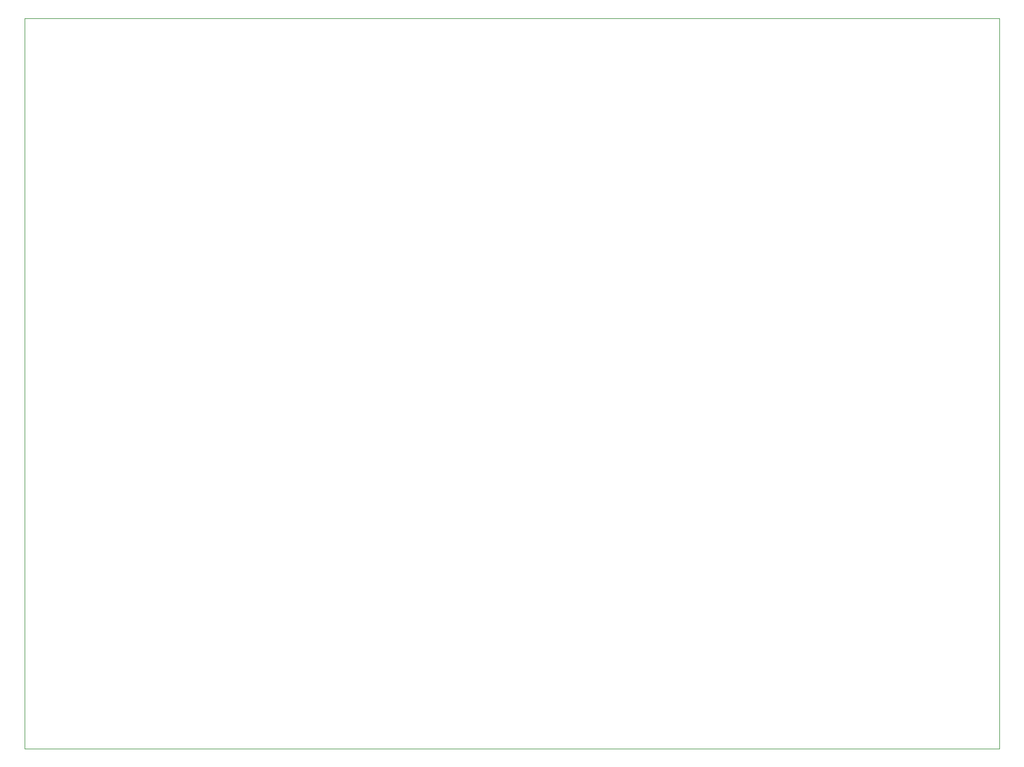
<source format=gbr>
%TF.GenerationSoftware,KiCad,Pcbnew,8.0.8-2.fc41*%
%TF.CreationDate,2025-02-07T10:50:49+08:00*%
%TF.ProjectId,K9AY_switch,4b394159-5f73-4776-9974-63682e6b6963,rev?*%
%TF.SameCoordinates,Original*%
%TF.FileFunction,Profile,NP*%
%FSLAX46Y46*%
G04 Gerber Fmt 4.6, Leading zero omitted, Abs format (unit mm)*
G04 Created by KiCad (PCBNEW 8.0.8-2.fc41) date 2025-02-07 10:50:49*
%MOMM*%
%LPD*%
G01*
G04 APERTURE LIST*
%TA.AperFunction,Profile*%
%ADD10C,0.050000*%
%TD*%
G04 APERTURE END LIST*
D10*
X50825400Y-24968200D02*
X194970400Y-24968200D01*
X194970400Y-133019800D01*
X50825400Y-133019800D01*
X50825400Y-24968200D01*
M02*

</source>
